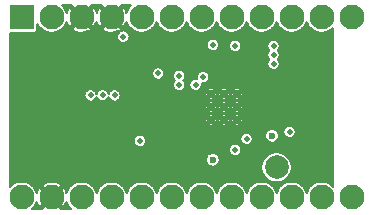
<source format=gbr>
%TF.GenerationSoftware,KiCad,Pcbnew,5.1.9+dfsg1-1~bpo10+1*%
%TF.CreationDate,Date%
%TF.ProjectId,BOOST,424f4f53-542e-46b6-9963-61645f706362,v1.8*%
%TF.SameCoordinates,Original*%
%TF.FileFunction,Copper,L2,Inr*%
%TF.FilePolarity,Positive*%
%FSLAX46Y46*%
G04 Gerber Fmt 4.6, Leading zero omitted, Abs format (unit mm)*
G04 Created by KiCad*
%MOMM*%
%LPD*%
G01*
G04 APERTURE LIST*
%TA.AperFunction,ComponentPad*%
%ADD10C,2.100000*%
%TD*%
%TA.AperFunction,ComponentPad*%
%ADD11R,2.100000X2.100000*%
%TD*%
%TA.AperFunction,ComponentPad*%
%ADD12C,2.000000*%
%TD*%
%TA.AperFunction,ComponentPad*%
%ADD13C,0.500000*%
%TD*%
%TA.AperFunction,ViaPad*%
%ADD14C,0.500000*%
%TD*%
%TA.AperFunction,ViaPad*%
%ADD15C,0.450000*%
%TD*%
%TA.AperFunction,ViaPad*%
%ADD16C,0.600000*%
%TD*%
%TA.AperFunction,Conductor*%
%ADD17C,0.150000*%
%TD*%
%TA.AperFunction,Conductor*%
%ADD18C,0.100000*%
%TD*%
G04 APERTURE END LIST*
D10*
%TO.N,VBUS*%
%TO.C,A1*%
X0Y-15240000D03*
%TO.N,GND*%
X2540000Y-15240000D03*
%TO.N,N/C*%
X5080000Y-15240000D03*
X27940000Y0D03*
%TO.N,+3V3*%
X7620000Y-15240000D03*
%TO.N,N/C*%
X25400000Y0D03*
X10160000Y-15240000D03*
X22860000Y0D03*
X12700000Y-15240000D03*
X20320000Y0D03*
X15240000Y-15240000D03*
X17780000Y0D03*
X17780000Y-15240000D03*
%TO.N,STAT*%
X15240000Y0D03*
%TO.N,N/C*%
X20320000Y-15240000D03*
X12700000Y0D03*
X22860000Y-15240000D03*
X10160000Y0D03*
X25400000Y-15240000D03*
%TO.N,GND*%
X7620000Y0D03*
%TO.N,N/C*%
X27940000Y-15240000D03*
%TO.N,GND*%
X5080000Y0D03*
%TO.N,N/C*%
X2540000Y0D03*
D11*
X0Y0D03*
%TD*%
D12*
%TO.N,/VBAT*%
%TO.C,TP1*%
X21590000Y-12700000D03*
%TD*%
D13*
%TO.N,GND*%
%TO.C,U2*%
X16045000Y-6520000D03*
X17145000Y-6520000D03*
X18245000Y-6520000D03*
X16045000Y-7620000D03*
X17145000Y-7620000D03*
X18245000Y-7620000D03*
X16045000Y-8720000D03*
X17145000Y-8720000D03*
X18245000Y-8720000D03*
%TD*%
D14*
%TO.N,GND*%
X6350000Y-4445000D03*
X8382000Y-4064000D03*
X9144000Y-2921000D03*
X21590000Y-1270000D03*
D15*
X12509500Y-7747000D03*
D14*
X7366000Y-5461000D03*
X10795000Y-2857500D03*
X10731500Y-12382500D03*
X0Y-8890000D03*
X0Y-6985000D03*
X2540000Y-6985000D03*
X0Y-12700000D03*
X2540000Y-2540000D03*
X0Y-2540000D03*
X15367000Y-9398000D03*
X14351000Y-12065000D03*
X5080000Y-10414000D03*
X7620000Y-10414000D03*
X19050000Y-5715000D03*
X20066000Y-5715000D03*
X24130000Y-1270000D03*
X19050000Y-14224000D03*
X16510000Y-14224000D03*
X16510000Y-1270000D03*
X19050000Y-1270000D03*
X2540000Y-8890000D03*
X12573000Y-9271000D03*
X11430000Y-14287500D03*
X5080000Y-12446000D03*
X7620000Y-12446000D03*
X24130000Y-5207000D03*
X25400000Y-5207000D03*
X22860000Y-5207000D03*
X13970000Y-14224000D03*
X14732000Y-9779000D03*
X20701000Y-9144000D03*
X24765000Y-10795000D03*
X24765000Y-12065000D03*
X21590000Y-14224000D03*
X24130000Y-14414500D03*
X21844000Y-9144000D03*
X20701000Y-11176000D03*
X12319000Y-12382500D03*
%TO.N,+3V3*%
X18097500Y-11239500D03*
D16*
X16192500Y-12065000D03*
D14*
X19050000Y-10287000D03*
%TO.N,Net-(C1-Pad1)*%
X10007500Y-10477500D03*
D16*
X21209000Y-10033000D03*
D14*
%TO.N,/VBAT*%
X6858000Y-6604000D03*
X21336000Y-2413000D03*
X21336000Y-3175000D03*
X14732000Y-5715000D03*
X11557000Y-4762500D03*
X18097500Y-2413000D03*
X15367000Y-5080000D03*
X16192500Y-2349500D03*
X13335000Y-4953000D03*
X13335000Y-5715000D03*
X21336000Y-3937000D03*
X7874000Y-6614160D03*
X5842000Y-6619240D03*
X22690000Y-9695000D03*
%TO.N,STAT*%
X8626230Y-1641228D03*
%TD*%
D17*
%TO.N,GND*%
X4279938Y976838D02*
X5080000Y176777D01*
X5880062Y976838D01*
X5866945Y995000D01*
X6833055Y995000D01*
X6819938Y976838D01*
X7620000Y176777D01*
X8420062Y976838D01*
X8406945Y995000D01*
X9281167Y995000D01*
X9130805Y844638D01*
X8985800Y627623D01*
X8887762Y390937D01*
X8820336Y576063D01*
X8765850Y677999D01*
X8596838Y800062D01*
X7796777Y0D01*
X8596838Y-800062D01*
X8765850Y-677999D01*
X8876104Y-441428D01*
X8888193Y-391978D01*
X8985800Y-627623D01*
X9130805Y-844638D01*
X9315362Y-1029195D01*
X9532377Y-1174200D01*
X9773512Y-1274081D01*
X10029499Y-1325000D01*
X10290501Y-1325000D01*
X10546488Y-1274081D01*
X10787623Y-1174200D01*
X11004638Y-1029195D01*
X11189195Y-844638D01*
X11334200Y-627623D01*
X11430000Y-396340D01*
X11525800Y-627623D01*
X11670805Y-844638D01*
X11855362Y-1029195D01*
X12072377Y-1174200D01*
X12313512Y-1274081D01*
X12569499Y-1325000D01*
X12830501Y-1325000D01*
X13086488Y-1274081D01*
X13327623Y-1174200D01*
X13544638Y-1029195D01*
X13729195Y-844638D01*
X13874200Y-627623D01*
X13970000Y-396340D01*
X14065800Y-627623D01*
X14210805Y-844638D01*
X14395362Y-1029195D01*
X14612377Y-1174200D01*
X14853512Y-1274081D01*
X15109499Y-1325000D01*
X15370501Y-1325000D01*
X15626488Y-1274081D01*
X15867623Y-1174200D01*
X16084638Y-1029195D01*
X16269195Y-844638D01*
X16414200Y-627623D01*
X16510000Y-396340D01*
X16605800Y-627623D01*
X16750805Y-844638D01*
X16935362Y-1029195D01*
X17152377Y-1174200D01*
X17393512Y-1274081D01*
X17649499Y-1325000D01*
X17910501Y-1325000D01*
X18166488Y-1274081D01*
X18407623Y-1174200D01*
X18624638Y-1029195D01*
X18809195Y-844638D01*
X18954200Y-627623D01*
X19050000Y-396340D01*
X19145800Y-627623D01*
X19290805Y-844638D01*
X19475362Y-1029195D01*
X19692377Y-1174200D01*
X19933512Y-1274081D01*
X20189499Y-1325000D01*
X20450501Y-1325000D01*
X20706488Y-1274081D01*
X20947623Y-1174200D01*
X21164638Y-1029195D01*
X21349195Y-844638D01*
X21494200Y-627623D01*
X21590000Y-396340D01*
X21685800Y-627623D01*
X21830805Y-844638D01*
X22015362Y-1029195D01*
X22232377Y-1174200D01*
X22473512Y-1274081D01*
X22729499Y-1325000D01*
X22990501Y-1325000D01*
X23246488Y-1274081D01*
X23487623Y-1174200D01*
X23704638Y-1029195D01*
X23889195Y-844638D01*
X24034200Y-627623D01*
X24130000Y-396340D01*
X24225800Y-627623D01*
X24370805Y-844638D01*
X24555362Y-1029195D01*
X24772377Y-1174200D01*
X25013512Y-1274081D01*
X25269499Y-1325000D01*
X25530501Y-1325000D01*
X25786488Y-1274081D01*
X26027623Y-1174200D01*
X26244638Y-1029195D01*
X26395001Y-878832D01*
X26395000Y-14361167D01*
X26244638Y-14210805D01*
X26027623Y-14065800D01*
X25786488Y-13965919D01*
X25530501Y-13915000D01*
X25269499Y-13915000D01*
X25013512Y-13965919D01*
X24772377Y-14065800D01*
X24555362Y-14210805D01*
X24370805Y-14395362D01*
X24225800Y-14612377D01*
X24130000Y-14843660D01*
X24034200Y-14612377D01*
X23889195Y-14395362D01*
X23704638Y-14210805D01*
X23487623Y-14065800D01*
X23246488Y-13965919D01*
X22990501Y-13915000D01*
X22729499Y-13915000D01*
X22473512Y-13965919D01*
X22232377Y-14065800D01*
X22015362Y-14210805D01*
X21830805Y-14395362D01*
X21685800Y-14612377D01*
X21590000Y-14843660D01*
X21494200Y-14612377D01*
X21349195Y-14395362D01*
X21164638Y-14210805D01*
X20947623Y-14065800D01*
X20706488Y-13965919D01*
X20450501Y-13915000D01*
X20189499Y-13915000D01*
X19933512Y-13965919D01*
X19692377Y-14065800D01*
X19475362Y-14210805D01*
X19290805Y-14395362D01*
X19145800Y-14612377D01*
X19050000Y-14843660D01*
X18954200Y-14612377D01*
X18809195Y-14395362D01*
X18624638Y-14210805D01*
X18407623Y-14065800D01*
X18166488Y-13965919D01*
X17910501Y-13915000D01*
X17649499Y-13915000D01*
X17393512Y-13965919D01*
X17152377Y-14065800D01*
X16935362Y-14210805D01*
X16750805Y-14395362D01*
X16605800Y-14612377D01*
X16510000Y-14843660D01*
X16414200Y-14612377D01*
X16269195Y-14395362D01*
X16084638Y-14210805D01*
X15867623Y-14065800D01*
X15626488Y-13965919D01*
X15370501Y-13915000D01*
X15109499Y-13915000D01*
X14853512Y-13965919D01*
X14612377Y-14065800D01*
X14395362Y-14210805D01*
X14210805Y-14395362D01*
X14065800Y-14612377D01*
X13970000Y-14843660D01*
X13874200Y-14612377D01*
X13729195Y-14395362D01*
X13544638Y-14210805D01*
X13327623Y-14065800D01*
X13086488Y-13965919D01*
X12830501Y-13915000D01*
X12569499Y-13915000D01*
X12313512Y-13965919D01*
X12072377Y-14065800D01*
X11855362Y-14210805D01*
X11670805Y-14395362D01*
X11525800Y-14612377D01*
X11430000Y-14843660D01*
X11334200Y-14612377D01*
X11189195Y-14395362D01*
X11004638Y-14210805D01*
X10787623Y-14065800D01*
X10546488Y-13965919D01*
X10290501Y-13915000D01*
X10029499Y-13915000D01*
X9773512Y-13965919D01*
X9532377Y-14065800D01*
X9315362Y-14210805D01*
X9130805Y-14395362D01*
X8985800Y-14612377D01*
X8890000Y-14843660D01*
X8794200Y-14612377D01*
X8649195Y-14395362D01*
X8464638Y-14210805D01*
X8247623Y-14065800D01*
X8006488Y-13965919D01*
X7750501Y-13915000D01*
X7489499Y-13915000D01*
X7233512Y-13965919D01*
X6992377Y-14065800D01*
X6775362Y-14210805D01*
X6590805Y-14395362D01*
X6445800Y-14612377D01*
X6350000Y-14843660D01*
X6254200Y-14612377D01*
X6109195Y-14395362D01*
X5924638Y-14210805D01*
X5707623Y-14065800D01*
X5466488Y-13965919D01*
X5210501Y-13915000D01*
X4949499Y-13915000D01*
X4693512Y-13965919D01*
X4452377Y-14065800D01*
X4235362Y-14210805D01*
X4050805Y-14395362D01*
X3905800Y-14612377D01*
X3807762Y-14849063D01*
X3740336Y-14663937D01*
X3685850Y-14562001D01*
X3516838Y-14439938D01*
X2716777Y-15240000D01*
X3516838Y-16040062D01*
X3685850Y-15917999D01*
X3796104Y-15681428D01*
X3808193Y-15631978D01*
X3905800Y-15867623D01*
X4050805Y-16084638D01*
X4201167Y-16235000D01*
X3326945Y-16235000D01*
X3340062Y-16216838D01*
X2540000Y-15416777D01*
X1739938Y-16216838D01*
X1753055Y-16235000D01*
X878833Y-16235000D01*
X1029195Y-16084638D01*
X1174200Y-15867623D01*
X1272238Y-15630937D01*
X1339664Y-15816063D01*
X1394150Y-15917999D01*
X1563162Y-16040062D01*
X2363223Y-15240000D01*
X1563162Y-14439938D01*
X1394150Y-14562001D01*
X1283896Y-14798572D01*
X1271807Y-14848022D01*
X1174200Y-14612377D01*
X1029195Y-14395362D01*
X896995Y-14263162D01*
X1739938Y-14263162D01*
X2540000Y-15063223D01*
X3340062Y-14263162D01*
X3217999Y-14094150D01*
X2981428Y-13983896D01*
X2727892Y-13921913D01*
X2467136Y-13910583D01*
X2209180Y-13950343D01*
X1963937Y-14039664D01*
X1862001Y-14094150D01*
X1739938Y-14263162D01*
X896995Y-14263162D01*
X844638Y-14210805D01*
X627623Y-14065800D01*
X386488Y-13965919D01*
X130501Y-13915000D01*
X-130501Y-13915000D01*
X-386488Y-13965919D01*
X-627623Y-14065800D01*
X-844638Y-14210805D01*
X-995000Y-14361167D01*
X-995000Y-12008367D01*
X15617500Y-12008367D01*
X15617500Y-12121633D01*
X15639597Y-12232721D01*
X15682942Y-12337365D01*
X15745868Y-12431541D01*
X15825959Y-12511632D01*
X15920135Y-12574558D01*
X16024779Y-12617903D01*
X16135867Y-12640000D01*
X16249133Y-12640000D01*
X16360221Y-12617903D01*
X16464865Y-12574558D01*
X16465067Y-12574423D01*
X20315000Y-12574423D01*
X20315000Y-12825577D01*
X20363998Y-13071904D01*
X20460110Y-13303939D01*
X20599643Y-13512765D01*
X20777235Y-13690357D01*
X20986061Y-13829890D01*
X21218096Y-13926002D01*
X21464423Y-13975000D01*
X21715577Y-13975000D01*
X21961904Y-13926002D01*
X22193939Y-13829890D01*
X22402765Y-13690357D01*
X22580357Y-13512765D01*
X22719890Y-13303939D01*
X22816002Y-13071904D01*
X22865000Y-12825577D01*
X22865000Y-12574423D01*
X22816002Y-12328096D01*
X22719890Y-12096061D01*
X22580357Y-11887235D01*
X22402765Y-11709643D01*
X22193939Y-11570110D01*
X21961904Y-11473998D01*
X21715577Y-11425000D01*
X21464423Y-11425000D01*
X21218096Y-11473998D01*
X20986061Y-11570110D01*
X20777235Y-11709643D01*
X20599643Y-11887235D01*
X20460110Y-12096061D01*
X20363998Y-12328096D01*
X20315000Y-12574423D01*
X16465067Y-12574423D01*
X16559041Y-12511632D01*
X16639132Y-12431541D01*
X16702058Y-12337365D01*
X16745403Y-12232721D01*
X16767500Y-12121633D01*
X16767500Y-12008367D01*
X16745403Y-11897279D01*
X16702058Y-11792635D01*
X16639132Y-11698459D01*
X16559041Y-11618368D01*
X16464865Y-11555442D01*
X16360221Y-11512097D01*
X16249133Y-11490000D01*
X16135867Y-11490000D01*
X16024779Y-11512097D01*
X15920135Y-11555442D01*
X15825959Y-11618368D01*
X15745868Y-11698459D01*
X15682942Y-11792635D01*
X15639597Y-11897279D01*
X15617500Y-12008367D01*
X-995000Y-12008367D01*
X-995000Y-11187792D01*
X17572500Y-11187792D01*
X17572500Y-11291208D01*
X17592676Y-11392637D01*
X17632251Y-11488181D01*
X17689706Y-11574168D01*
X17762832Y-11647294D01*
X17848819Y-11704749D01*
X17944363Y-11744324D01*
X18045792Y-11764500D01*
X18149208Y-11764500D01*
X18250637Y-11744324D01*
X18346181Y-11704749D01*
X18432168Y-11647294D01*
X18505294Y-11574168D01*
X18562749Y-11488181D01*
X18602324Y-11392637D01*
X18622500Y-11291208D01*
X18622500Y-11187792D01*
X18602324Y-11086363D01*
X18562749Y-10990819D01*
X18505294Y-10904832D01*
X18432168Y-10831706D01*
X18346181Y-10774251D01*
X18250637Y-10734676D01*
X18149208Y-10714500D01*
X18045792Y-10714500D01*
X17944363Y-10734676D01*
X17848819Y-10774251D01*
X17762832Y-10831706D01*
X17689706Y-10904832D01*
X17632251Y-10990819D01*
X17592676Y-11086363D01*
X17572500Y-11187792D01*
X-995000Y-11187792D01*
X-995000Y-10425792D01*
X9482500Y-10425792D01*
X9482500Y-10529208D01*
X9502676Y-10630637D01*
X9542251Y-10726181D01*
X9599706Y-10812168D01*
X9672832Y-10885294D01*
X9758819Y-10942749D01*
X9854363Y-10982324D01*
X9955792Y-11002500D01*
X10059208Y-11002500D01*
X10160637Y-10982324D01*
X10256181Y-10942749D01*
X10342168Y-10885294D01*
X10415294Y-10812168D01*
X10472749Y-10726181D01*
X10512324Y-10630637D01*
X10532500Y-10529208D01*
X10532500Y-10425792D01*
X10512324Y-10324363D01*
X10475431Y-10235292D01*
X18525000Y-10235292D01*
X18525000Y-10338708D01*
X18545176Y-10440137D01*
X18584751Y-10535681D01*
X18642206Y-10621668D01*
X18715332Y-10694794D01*
X18801319Y-10752249D01*
X18896863Y-10791824D01*
X18998292Y-10812000D01*
X19101708Y-10812000D01*
X19203137Y-10791824D01*
X19298681Y-10752249D01*
X19384668Y-10694794D01*
X19457794Y-10621668D01*
X19515249Y-10535681D01*
X19554824Y-10440137D01*
X19575000Y-10338708D01*
X19575000Y-10235292D01*
X19554824Y-10133863D01*
X19515249Y-10038319D01*
X19473854Y-9976367D01*
X20634000Y-9976367D01*
X20634000Y-10089633D01*
X20656097Y-10200721D01*
X20699442Y-10305365D01*
X20762368Y-10399541D01*
X20842459Y-10479632D01*
X20936635Y-10542558D01*
X21041279Y-10585903D01*
X21152367Y-10608000D01*
X21265633Y-10608000D01*
X21376721Y-10585903D01*
X21481365Y-10542558D01*
X21575541Y-10479632D01*
X21655632Y-10399541D01*
X21718558Y-10305365D01*
X21761903Y-10200721D01*
X21784000Y-10089633D01*
X21784000Y-9976367D01*
X21761903Y-9865279D01*
X21718558Y-9760635D01*
X21655632Y-9666459D01*
X21632465Y-9643292D01*
X22165000Y-9643292D01*
X22165000Y-9746708D01*
X22185176Y-9848137D01*
X22224751Y-9943681D01*
X22282206Y-10029668D01*
X22355332Y-10102794D01*
X22441319Y-10160249D01*
X22536863Y-10199824D01*
X22638292Y-10220000D01*
X22741708Y-10220000D01*
X22843137Y-10199824D01*
X22938681Y-10160249D01*
X23024668Y-10102794D01*
X23097794Y-10029668D01*
X23155249Y-9943681D01*
X23194824Y-9848137D01*
X23215000Y-9746708D01*
X23215000Y-9643292D01*
X23194824Y-9541863D01*
X23155249Y-9446319D01*
X23097794Y-9360332D01*
X23024668Y-9287206D01*
X22938681Y-9229751D01*
X22843137Y-9190176D01*
X22741708Y-9170000D01*
X22638292Y-9170000D01*
X22536863Y-9190176D01*
X22441319Y-9229751D01*
X22355332Y-9287206D01*
X22282206Y-9360332D01*
X22224751Y-9446319D01*
X22185176Y-9541863D01*
X22165000Y-9643292D01*
X21632465Y-9643292D01*
X21575541Y-9586368D01*
X21481365Y-9523442D01*
X21376721Y-9480097D01*
X21265633Y-9458000D01*
X21152367Y-9458000D01*
X21041279Y-9480097D01*
X20936635Y-9523442D01*
X20842459Y-9586368D01*
X20762368Y-9666459D01*
X20699442Y-9760635D01*
X20656097Y-9865279D01*
X20634000Y-9976367D01*
X19473854Y-9976367D01*
X19457794Y-9952332D01*
X19384668Y-9879206D01*
X19298681Y-9821751D01*
X19203137Y-9782176D01*
X19101708Y-9762000D01*
X18998292Y-9762000D01*
X18896863Y-9782176D01*
X18801319Y-9821751D01*
X18715332Y-9879206D01*
X18642206Y-9952332D01*
X18584751Y-10038319D01*
X18545176Y-10133863D01*
X18525000Y-10235292D01*
X10475431Y-10235292D01*
X10472749Y-10228819D01*
X10415294Y-10142832D01*
X10342168Y-10069706D01*
X10256181Y-10012251D01*
X10160637Y-9972676D01*
X10059208Y-9952500D01*
X9955792Y-9952500D01*
X9854363Y-9972676D01*
X9758819Y-10012251D01*
X9672832Y-10069706D01*
X9599706Y-10142832D01*
X9542251Y-10228819D01*
X9502676Y-10324363D01*
X9482500Y-10425792D01*
X-995000Y-10425792D01*
X-995000Y-9120529D01*
X15821248Y-9120529D01*
X15844877Y-9208108D01*
X15943947Y-9237771D01*
X16046901Y-9247537D01*
X16149782Y-9237029D01*
X16245123Y-9208108D01*
X16268752Y-9120529D01*
X16921248Y-9120529D01*
X16944877Y-9208108D01*
X17043947Y-9237771D01*
X17146901Y-9247537D01*
X17249782Y-9237029D01*
X17345123Y-9208108D01*
X17368752Y-9120529D01*
X18021248Y-9120529D01*
X18044877Y-9208108D01*
X18143947Y-9237771D01*
X18246901Y-9247537D01*
X18349782Y-9237029D01*
X18445123Y-9208108D01*
X18468752Y-9120529D01*
X18245000Y-8896777D01*
X18021248Y-9120529D01*
X17368752Y-9120529D01*
X17145000Y-8896777D01*
X16921248Y-9120529D01*
X16268752Y-9120529D01*
X16045000Y-8896777D01*
X15821248Y-9120529D01*
X-995000Y-9120529D01*
X-995000Y-8721901D01*
X15517463Y-8721901D01*
X15527971Y-8824782D01*
X15556892Y-8920123D01*
X15644471Y-8943752D01*
X15868223Y-8720000D01*
X16221777Y-8720000D01*
X16445529Y-8943752D01*
X16533108Y-8920123D01*
X16562771Y-8821053D01*
X16572176Y-8721901D01*
X16617463Y-8721901D01*
X16627971Y-8824782D01*
X16656892Y-8920123D01*
X16744471Y-8943752D01*
X16968223Y-8720000D01*
X17321777Y-8720000D01*
X17545529Y-8943752D01*
X17633108Y-8920123D01*
X17662771Y-8821053D01*
X17672176Y-8721901D01*
X17717463Y-8721901D01*
X17727971Y-8824782D01*
X17756892Y-8920123D01*
X17844471Y-8943752D01*
X18068223Y-8720000D01*
X18421777Y-8720000D01*
X18645529Y-8943752D01*
X18733108Y-8920123D01*
X18762771Y-8821053D01*
X18772537Y-8718099D01*
X18762029Y-8615218D01*
X18733108Y-8519877D01*
X18645529Y-8496248D01*
X18421777Y-8720000D01*
X18068223Y-8720000D01*
X17844471Y-8496248D01*
X17756892Y-8519877D01*
X17727229Y-8618947D01*
X17717463Y-8721901D01*
X17672176Y-8721901D01*
X17672537Y-8718099D01*
X17662029Y-8615218D01*
X17633108Y-8519877D01*
X17545529Y-8496248D01*
X17321777Y-8720000D01*
X16968223Y-8720000D01*
X16744471Y-8496248D01*
X16656892Y-8519877D01*
X16627229Y-8618947D01*
X16617463Y-8721901D01*
X16572176Y-8721901D01*
X16572537Y-8718099D01*
X16562029Y-8615218D01*
X16533108Y-8519877D01*
X16445529Y-8496248D01*
X16221777Y-8720000D01*
X15868223Y-8720000D01*
X15644471Y-8496248D01*
X15556892Y-8519877D01*
X15527229Y-8618947D01*
X15517463Y-8721901D01*
X-995000Y-8721901D01*
X-995000Y-8319471D01*
X15821248Y-8319471D01*
X16045000Y-8543223D01*
X16268752Y-8319471D01*
X16921248Y-8319471D01*
X17145000Y-8543223D01*
X17368752Y-8319471D01*
X18021248Y-8319471D01*
X18245000Y-8543223D01*
X18468752Y-8319471D01*
X18445123Y-8231892D01*
X18346053Y-8202229D01*
X18243099Y-8192463D01*
X18140218Y-8202971D01*
X18044877Y-8231892D01*
X18021248Y-8319471D01*
X17368752Y-8319471D01*
X17345123Y-8231892D01*
X17246053Y-8202229D01*
X17143099Y-8192463D01*
X17040218Y-8202971D01*
X16944877Y-8231892D01*
X16921248Y-8319471D01*
X16268752Y-8319471D01*
X16245123Y-8231892D01*
X16146053Y-8202229D01*
X16043099Y-8192463D01*
X15940218Y-8202971D01*
X15844877Y-8231892D01*
X15821248Y-8319471D01*
X-995000Y-8319471D01*
X-995000Y-8020529D01*
X15821248Y-8020529D01*
X15844877Y-8108108D01*
X15943947Y-8137771D01*
X16046901Y-8147537D01*
X16149782Y-8137029D01*
X16245123Y-8108108D01*
X16268752Y-8020529D01*
X16921248Y-8020529D01*
X16944877Y-8108108D01*
X17043947Y-8137771D01*
X17146901Y-8147537D01*
X17249782Y-8137029D01*
X17345123Y-8108108D01*
X17368752Y-8020529D01*
X18021248Y-8020529D01*
X18044877Y-8108108D01*
X18143947Y-8137771D01*
X18246901Y-8147537D01*
X18349782Y-8137029D01*
X18445123Y-8108108D01*
X18468752Y-8020529D01*
X18245000Y-7796777D01*
X18021248Y-8020529D01*
X17368752Y-8020529D01*
X17145000Y-7796777D01*
X16921248Y-8020529D01*
X16268752Y-8020529D01*
X16045000Y-7796777D01*
X15821248Y-8020529D01*
X-995000Y-8020529D01*
X-995000Y-7621901D01*
X15517463Y-7621901D01*
X15527971Y-7724782D01*
X15556892Y-7820123D01*
X15644471Y-7843752D01*
X15868223Y-7620000D01*
X16221777Y-7620000D01*
X16445529Y-7843752D01*
X16533108Y-7820123D01*
X16562771Y-7721053D01*
X16572176Y-7621901D01*
X16617463Y-7621901D01*
X16627971Y-7724782D01*
X16656892Y-7820123D01*
X16744471Y-7843752D01*
X16968223Y-7620000D01*
X17321777Y-7620000D01*
X17545529Y-7843752D01*
X17633108Y-7820123D01*
X17662771Y-7721053D01*
X17672176Y-7621901D01*
X17717463Y-7621901D01*
X17727971Y-7724782D01*
X17756892Y-7820123D01*
X17844471Y-7843752D01*
X18068223Y-7620000D01*
X18421777Y-7620000D01*
X18645529Y-7843752D01*
X18733108Y-7820123D01*
X18762771Y-7721053D01*
X18772537Y-7618099D01*
X18762029Y-7515218D01*
X18733108Y-7419877D01*
X18645529Y-7396248D01*
X18421777Y-7620000D01*
X18068223Y-7620000D01*
X17844471Y-7396248D01*
X17756892Y-7419877D01*
X17727229Y-7518947D01*
X17717463Y-7621901D01*
X17672176Y-7621901D01*
X17672537Y-7618099D01*
X17662029Y-7515218D01*
X17633108Y-7419877D01*
X17545529Y-7396248D01*
X17321777Y-7620000D01*
X16968223Y-7620000D01*
X16744471Y-7396248D01*
X16656892Y-7419877D01*
X16627229Y-7518947D01*
X16617463Y-7621901D01*
X16572176Y-7621901D01*
X16572537Y-7618099D01*
X16562029Y-7515218D01*
X16533108Y-7419877D01*
X16445529Y-7396248D01*
X16221777Y-7620000D01*
X15868223Y-7620000D01*
X15644471Y-7396248D01*
X15556892Y-7419877D01*
X15527229Y-7518947D01*
X15517463Y-7621901D01*
X-995000Y-7621901D01*
X-995000Y-7219471D01*
X15821248Y-7219471D01*
X16045000Y-7443223D01*
X16268752Y-7219471D01*
X16921248Y-7219471D01*
X17145000Y-7443223D01*
X17368752Y-7219471D01*
X18021248Y-7219471D01*
X18245000Y-7443223D01*
X18468752Y-7219471D01*
X18445123Y-7131892D01*
X18346053Y-7102229D01*
X18243099Y-7092463D01*
X18140218Y-7102971D01*
X18044877Y-7131892D01*
X18021248Y-7219471D01*
X17368752Y-7219471D01*
X17345123Y-7131892D01*
X17246053Y-7102229D01*
X17143099Y-7092463D01*
X17040218Y-7102971D01*
X16944877Y-7131892D01*
X16921248Y-7219471D01*
X16268752Y-7219471D01*
X16245123Y-7131892D01*
X16146053Y-7102229D01*
X16043099Y-7092463D01*
X15940218Y-7102971D01*
X15844877Y-7131892D01*
X15821248Y-7219471D01*
X-995000Y-7219471D01*
X-995000Y-6567532D01*
X5317000Y-6567532D01*
X5317000Y-6670948D01*
X5337176Y-6772377D01*
X5376751Y-6867921D01*
X5434206Y-6953908D01*
X5507332Y-7027034D01*
X5593319Y-7084489D01*
X5688863Y-7124064D01*
X5790292Y-7144240D01*
X5893708Y-7144240D01*
X5995137Y-7124064D01*
X6090681Y-7084489D01*
X6176668Y-7027034D01*
X6249794Y-6953908D01*
X6307249Y-6867921D01*
X6346824Y-6772377D01*
X6351516Y-6748791D01*
X6353176Y-6757137D01*
X6392751Y-6852681D01*
X6450206Y-6938668D01*
X6523332Y-7011794D01*
X6609319Y-7069249D01*
X6704863Y-7108824D01*
X6806292Y-7129000D01*
X6909708Y-7129000D01*
X7011137Y-7108824D01*
X7106681Y-7069249D01*
X7192668Y-7011794D01*
X7265794Y-6938668D01*
X7323249Y-6852681D01*
X7362824Y-6757137D01*
X7364989Y-6746251D01*
X7369176Y-6767297D01*
X7408751Y-6862841D01*
X7466206Y-6948828D01*
X7539332Y-7021954D01*
X7625319Y-7079409D01*
X7720863Y-7118984D01*
X7822292Y-7139160D01*
X7925708Y-7139160D01*
X8027137Y-7118984D01*
X8122681Y-7079409D01*
X8208668Y-7021954D01*
X8281794Y-6948828D01*
X8300702Y-6920529D01*
X15821248Y-6920529D01*
X15844877Y-7008108D01*
X15943947Y-7037771D01*
X16046901Y-7047537D01*
X16149782Y-7037029D01*
X16245123Y-7008108D01*
X16268752Y-6920529D01*
X16921248Y-6920529D01*
X16944877Y-7008108D01*
X17043947Y-7037771D01*
X17146901Y-7047537D01*
X17249782Y-7037029D01*
X17345123Y-7008108D01*
X17368752Y-6920529D01*
X18021248Y-6920529D01*
X18044877Y-7008108D01*
X18143947Y-7037771D01*
X18246901Y-7047537D01*
X18349782Y-7037029D01*
X18445123Y-7008108D01*
X18468752Y-6920529D01*
X18245000Y-6696777D01*
X18021248Y-6920529D01*
X17368752Y-6920529D01*
X17145000Y-6696777D01*
X16921248Y-6920529D01*
X16268752Y-6920529D01*
X16045000Y-6696777D01*
X15821248Y-6920529D01*
X8300702Y-6920529D01*
X8339249Y-6862841D01*
X8378824Y-6767297D01*
X8399000Y-6665868D01*
X8399000Y-6562452D01*
X8390934Y-6521901D01*
X15517463Y-6521901D01*
X15527971Y-6624782D01*
X15556892Y-6720123D01*
X15644471Y-6743752D01*
X15868223Y-6520000D01*
X16221777Y-6520000D01*
X16445529Y-6743752D01*
X16533108Y-6720123D01*
X16562771Y-6621053D01*
X16572176Y-6521901D01*
X16617463Y-6521901D01*
X16627971Y-6624782D01*
X16656892Y-6720123D01*
X16744471Y-6743752D01*
X16968223Y-6520000D01*
X17321777Y-6520000D01*
X17545529Y-6743752D01*
X17633108Y-6720123D01*
X17662771Y-6621053D01*
X17672176Y-6521901D01*
X17717463Y-6521901D01*
X17727971Y-6624782D01*
X17756892Y-6720123D01*
X17844471Y-6743752D01*
X18068223Y-6520000D01*
X18421777Y-6520000D01*
X18645529Y-6743752D01*
X18733108Y-6720123D01*
X18762771Y-6621053D01*
X18772537Y-6518099D01*
X18762029Y-6415218D01*
X18733108Y-6319877D01*
X18645529Y-6296248D01*
X18421777Y-6520000D01*
X18068223Y-6520000D01*
X17844471Y-6296248D01*
X17756892Y-6319877D01*
X17727229Y-6418947D01*
X17717463Y-6521901D01*
X17672176Y-6521901D01*
X17672537Y-6518099D01*
X17662029Y-6415218D01*
X17633108Y-6319877D01*
X17545529Y-6296248D01*
X17321777Y-6520000D01*
X16968223Y-6520000D01*
X16744471Y-6296248D01*
X16656892Y-6319877D01*
X16627229Y-6418947D01*
X16617463Y-6521901D01*
X16572176Y-6521901D01*
X16572537Y-6518099D01*
X16562029Y-6415218D01*
X16533108Y-6319877D01*
X16445529Y-6296248D01*
X16221777Y-6520000D01*
X15868223Y-6520000D01*
X15644471Y-6296248D01*
X15556892Y-6319877D01*
X15527229Y-6418947D01*
X15517463Y-6521901D01*
X8390934Y-6521901D01*
X8378824Y-6461023D01*
X8339249Y-6365479D01*
X8281794Y-6279492D01*
X8208668Y-6206366D01*
X8122681Y-6148911D01*
X8027137Y-6109336D01*
X7925708Y-6089160D01*
X7822292Y-6089160D01*
X7720863Y-6109336D01*
X7625319Y-6148911D01*
X7539332Y-6206366D01*
X7466206Y-6279492D01*
X7408751Y-6365479D01*
X7369176Y-6461023D01*
X7367011Y-6471909D01*
X7362824Y-6450863D01*
X7323249Y-6355319D01*
X7265794Y-6269332D01*
X7192668Y-6196206D01*
X7106681Y-6138751D01*
X7011137Y-6099176D01*
X6909708Y-6079000D01*
X6806292Y-6079000D01*
X6704863Y-6099176D01*
X6609319Y-6138751D01*
X6523332Y-6196206D01*
X6450206Y-6269332D01*
X6392751Y-6355319D01*
X6353176Y-6450863D01*
X6348484Y-6474449D01*
X6346824Y-6466103D01*
X6307249Y-6370559D01*
X6249794Y-6284572D01*
X6176668Y-6211446D01*
X6090681Y-6153991D01*
X5995137Y-6114416D01*
X5893708Y-6094240D01*
X5790292Y-6094240D01*
X5688863Y-6114416D01*
X5593319Y-6153991D01*
X5507332Y-6211446D01*
X5434206Y-6284572D01*
X5376751Y-6370559D01*
X5337176Y-6466103D01*
X5317000Y-6567532D01*
X-995000Y-6567532D01*
X-995000Y-4710792D01*
X11032000Y-4710792D01*
X11032000Y-4814208D01*
X11052176Y-4915637D01*
X11091751Y-5011181D01*
X11149206Y-5097168D01*
X11222332Y-5170294D01*
X11308319Y-5227749D01*
X11403863Y-5267324D01*
X11505292Y-5287500D01*
X11608708Y-5287500D01*
X11710137Y-5267324D01*
X11805681Y-5227749D01*
X11891668Y-5170294D01*
X11964794Y-5097168D01*
X12022249Y-5011181D01*
X12061824Y-4915637D01*
X12064677Y-4901292D01*
X12810000Y-4901292D01*
X12810000Y-5004708D01*
X12830176Y-5106137D01*
X12869751Y-5201681D01*
X12927206Y-5287668D01*
X12973538Y-5334000D01*
X12927206Y-5380332D01*
X12869751Y-5466319D01*
X12830176Y-5561863D01*
X12810000Y-5663292D01*
X12810000Y-5766708D01*
X12830176Y-5868137D01*
X12869751Y-5963681D01*
X12927206Y-6049668D01*
X13000332Y-6122794D01*
X13086319Y-6180249D01*
X13181863Y-6219824D01*
X13283292Y-6240000D01*
X13386708Y-6240000D01*
X13488137Y-6219824D01*
X13583681Y-6180249D01*
X13669668Y-6122794D01*
X13742794Y-6049668D01*
X13800249Y-5963681D01*
X13839824Y-5868137D01*
X13860000Y-5766708D01*
X13860000Y-5663292D01*
X14207000Y-5663292D01*
X14207000Y-5766708D01*
X14227176Y-5868137D01*
X14266751Y-5963681D01*
X14324206Y-6049668D01*
X14397332Y-6122794D01*
X14483319Y-6180249D01*
X14578863Y-6219824D01*
X14680292Y-6240000D01*
X14783708Y-6240000D01*
X14885137Y-6219824D01*
X14980681Y-6180249D01*
X15066668Y-6122794D01*
X15069991Y-6119471D01*
X15821248Y-6119471D01*
X16045000Y-6343223D01*
X16268752Y-6119471D01*
X16921248Y-6119471D01*
X17145000Y-6343223D01*
X17368752Y-6119471D01*
X18021248Y-6119471D01*
X18245000Y-6343223D01*
X18468752Y-6119471D01*
X18445123Y-6031892D01*
X18346053Y-6002229D01*
X18243099Y-5992463D01*
X18140218Y-6002971D01*
X18044877Y-6031892D01*
X18021248Y-6119471D01*
X17368752Y-6119471D01*
X17345123Y-6031892D01*
X17246053Y-6002229D01*
X17143099Y-5992463D01*
X17040218Y-6002971D01*
X16944877Y-6031892D01*
X16921248Y-6119471D01*
X16268752Y-6119471D01*
X16245123Y-6031892D01*
X16146053Y-6002229D01*
X16043099Y-5992463D01*
X15940218Y-6002971D01*
X15844877Y-6031892D01*
X15821248Y-6119471D01*
X15069991Y-6119471D01*
X15139794Y-6049668D01*
X15197249Y-5963681D01*
X15236824Y-5868137D01*
X15257000Y-5766708D01*
X15257000Y-5663292D01*
X15242525Y-5590525D01*
X15315292Y-5605000D01*
X15418708Y-5605000D01*
X15520137Y-5584824D01*
X15615681Y-5545249D01*
X15701668Y-5487794D01*
X15774794Y-5414668D01*
X15832249Y-5328681D01*
X15871824Y-5233137D01*
X15892000Y-5131708D01*
X15892000Y-5028292D01*
X15871824Y-4926863D01*
X15832249Y-4831319D01*
X15774794Y-4745332D01*
X15701668Y-4672206D01*
X15615681Y-4614751D01*
X15520137Y-4575176D01*
X15418708Y-4555000D01*
X15315292Y-4555000D01*
X15213863Y-4575176D01*
X15118319Y-4614751D01*
X15032332Y-4672206D01*
X14959206Y-4745332D01*
X14901751Y-4831319D01*
X14862176Y-4926863D01*
X14842000Y-5028292D01*
X14842000Y-5131708D01*
X14856475Y-5204475D01*
X14783708Y-5190000D01*
X14680292Y-5190000D01*
X14578863Y-5210176D01*
X14483319Y-5249751D01*
X14397332Y-5307206D01*
X14324206Y-5380332D01*
X14266751Y-5466319D01*
X14227176Y-5561863D01*
X14207000Y-5663292D01*
X13860000Y-5663292D01*
X13839824Y-5561863D01*
X13800249Y-5466319D01*
X13742794Y-5380332D01*
X13696462Y-5334000D01*
X13742794Y-5287668D01*
X13800249Y-5201681D01*
X13839824Y-5106137D01*
X13860000Y-5004708D01*
X13860000Y-4901292D01*
X13839824Y-4799863D01*
X13800249Y-4704319D01*
X13742794Y-4618332D01*
X13669668Y-4545206D01*
X13583681Y-4487751D01*
X13488137Y-4448176D01*
X13386708Y-4428000D01*
X13283292Y-4428000D01*
X13181863Y-4448176D01*
X13086319Y-4487751D01*
X13000332Y-4545206D01*
X12927206Y-4618332D01*
X12869751Y-4704319D01*
X12830176Y-4799863D01*
X12810000Y-4901292D01*
X12064677Y-4901292D01*
X12082000Y-4814208D01*
X12082000Y-4710792D01*
X12061824Y-4609363D01*
X12022249Y-4513819D01*
X11964794Y-4427832D01*
X11891668Y-4354706D01*
X11805681Y-4297251D01*
X11710137Y-4257676D01*
X11608708Y-4237500D01*
X11505292Y-4237500D01*
X11403863Y-4257676D01*
X11308319Y-4297251D01*
X11222332Y-4354706D01*
X11149206Y-4427832D01*
X11091751Y-4513819D01*
X11052176Y-4609363D01*
X11032000Y-4710792D01*
X-995000Y-4710792D01*
X-995000Y-2297792D01*
X15667500Y-2297792D01*
X15667500Y-2401208D01*
X15687676Y-2502637D01*
X15727251Y-2598181D01*
X15784706Y-2684168D01*
X15857832Y-2757294D01*
X15943819Y-2814749D01*
X16039363Y-2854324D01*
X16140792Y-2874500D01*
X16244208Y-2874500D01*
X16345637Y-2854324D01*
X16441181Y-2814749D01*
X16527168Y-2757294D01*
X16600294Y-2684168D01*
X16657749Y-2598181D01*
X16697324Y-2502637D01*
X16717500Y-2401208D01*
X16717500Y-2361292D01*
X17572500Y-2361292D01*
X17572500Y-2464708D01*
X17592676Y-2566137D01*
X17632251Y-2661681D01*
X17689706Y-2747668D01*
X17762832Y-2820794D01*
X17848819Y-2878249D01*
X17944363Y-2917824D01*
X18045792Y-2938000D01*
X18149208Y-2938000D01*
X18250637Y-2917824D01*
X18346181Y-2878249D01*
X18432168Y-2820794D01*
X18505294Y-2747668D01*
X18562749Y-2661681D01*
X18602324Y-2566137D01*
X18622500Y-2464708D01*
X18622500Y-2361292D01*
X20811000Y-2361292D01*
X20811000Y-2464708D01*
X20831176Y-2566137D01*
X20870751Y-2661681D01*
X20928206Y-2747668D01*
X20974538Y-2794000D01*
X20928206Y-2840332D01*
X20870751Y-2926319D01*
X20831176Y-3021863D01*
X20811000Y-3123292D01*
X20811000Y-3226708D01*
X20831176Y-3328137D01*
X20870751Y-3423681D01*
X20928206Y-3509668D01*
X20974538Y-3556000D01*
X20928206Y-3602332D01*
X20870751Y-3688319D01*
X20831176Y-3783863D01*
X20811000Y-3885292D01*
X20811000Y-3988708D01*
X20831176Y-4090137D01*
X20870751Y-4185681D01*
X20928206Y-4271668D01*
X21001332Y-4344794D01*
X21087319Y-4402249D01*
X21182863Y-4441824D01*
X21284292Y-4462000D01*
X21387708Y-4462000D01*
X21489137Y-4441824D01*
X21584681Y-4402249D01*
X21670668Y-4344794D01*
X21743794Y-4271668D01*
X21801249Y-4185681D01*
X21840824Y-4090137D01*
X21861000Y-3988708D01*
X21861000Y-3885292D01*
X21840824Y-3783863D01*
X21801249Y-3688319D01*
X21743794Y-3602332D01*
X21697462Y-3556000D01*
X21743794Y-3509668D01*
X21801249Y-3423681D01*
X21840824Y-3328137D01*
X21861000Y-3226708D01*
X21861000Y-3123292D01*
X21840824Y-3021863D01*
X21801249Y-2926319D01*
X21743794Y-2840332D01*
X21697462Y-2794000D01*
X21743794Y-2747668D01*
X21801249Y-2661681D01*
X21840824Y-2566137D01*
X21861000Y-2464708D01*
X21861000Y-2361292D01*
X21840824Y-2259863D01*
X21801249Y-2164319D01*
X21743794Y-2078332D01*
X21670668Y-2005206D01*
X21584681Y-1947751D01*
X21489137Y-1908176D01*
X21387708Y-1888000D01*
X21284292Y-1888000D01*
X21182863Y-1908176D01*
X21087319Y-1947751D01*
X21001332Y-2005206D01*
X20928206Y-2078332D01*
X20870751Y-2164319D01*
X20831176Y-2259863D01*
X20811000Y-2361292D01*
X18622500Y-2361292D01*
X18602324Y-2259863D01*
X18562749Y-2164319D01*
X18505294Y-2078332D01*
X18432168Y-2005206D01*
X18346181Y-1947751D01*
X18250637Y-1908176D01*
X18149208Y-1888000D01*
X18045792Y-1888000D01*
X17944363Y-1908176D01*
X17848819Y-1947751D01*
X17762832Y-2005206D01*
X17689706Y-2078332D01*
X17632251Y-2164319D01*
X17592676Y-2259863D01*
X17572500Y-2361292D01*
X16717500Y-2361292D01*
X16717500Y-2297792D01*
X16697324Y-2196363D01*
X16657749Y-2100819D01*
X16600294Y-2014832D01*
X16527168Y-1941706D01*
X16441181Y-1884251D01*
X16345637Y-1844676D01*
X16244208Y-1824500D01*
X16140792Y-1824500D01*
X16039363Y-1844676D01*
X15943819Y-1884251D01*
X15857832Y-1941706D01*
X15784706Y-2014832D01*
X15727251Y-2100819D01*
X15687676Y-2196363D01*
X15667500Y-2297792D01*
X-995000Y-2297792D01*
X-995000Y-1589520D01*
X8101230Y-1589520D01*
X8101230Y-1692936D01*
X8121406Y-1794365D01*
X8160981Y-1889909D01*
X8218436Y-1975896D01*
X8291562Y-2049022D01*
X8377549Y-2106477D01*
X8473093Y-2146052D01*
X8574522Y-2166228D01*
X8677938Y-2166228D01*
X8779367Y-2146052D01*
X8874911Y-2106477D01*
X8960898Y-2049022D01*
X9034024Y-1975896D01*
X9091479Y-1889909D01*
X9131054Y-1794365D01*
X9151230Y-1692936D01*
X9151230Y-1589520D01*
X9131054Y-1488091D01*
X9091479Y-1392547D01*
X9034024Y-1306560D01*
X8960898Y-1233434D01*
X8874911Y-1175979D01*
X8779367Y-1136404D01*
X8677938Y-1116228D01*
X8574522Y-1116228D01*
X8473093Y-1136404D01*
X8377549Y-1175979D01*
X8291562Y-1233434D01*
X8218436Y-1306560D01*
X8160981Y-1392547D01*
X8121406Y-1488091D01*
X8101230Y-1589520D01*
X-995000Y-1589520D01*
X-995000Y-1326330D01*
X1050000Y-1326330D01*
X1103909Y-1321020D01*
X1155747Y-1305296D01*
X1203521Y-1279760D01*
X1245395Y-1245395D01*
X1279760Y-1203521D01*
X1305296Y-1155747D01*
X1321020Y-1103909D01*
X1326330Y-1050000D01*
X1326330Y-532334D01*
X1365800Y-627623D01*
X1510805Y-844638D01*
X1695362Y-1029195D01*
X1912377Y-1174200D01*
X2153512Y-1274081D01*
X2409499Y-1325000D01*
X2670501Y-1325000D01*
X2926488Y-1274081D01*
X3167623Y-1174200D01*
X3384638Y-1029195D01*
X3436995Y-976838D01*
X4279938Y-976838D01*
X4402001Y-1145850D01*
X4638572Y-1256104D01*
X4892108Y-1318087D01*
X5152864Y-1329417D01*
X5410820Y-1289657D01*
X5656063Y-1200336D01*
X5757999Y-1145850D01*
X5880062Y-976838D01*
X6819938Y-976838D01*
X6942001Y-1145850D01*
X7178572Y-1256104D01*
X7432108Y-1318087D01*
X7692864Y-1329417D01*
X7950820Y-1289657D01*
X8196063Y-1200336D01*
X8297999Y-1145850D01*
X8420062Y-976838D01*
X7620000Y-176777D01*
X6819938Y-976838D01*
X5880062Y-976838D01*
X5080000Y-176777D01*
X4279938Y-976838D01*
X3436995Y-976838D01*
X3569195Y-844638D01*
X3714200Y-627623D01*
X3812238Y-390937D01*
X3879664Y-576063D01*
X3934150Y-677999D01*
X4103162Y-800062D01*
X4903223Y0D01*
X5256777Y0D01*
X6056838Y-800062D01*
X6225850Y-677999D01*
X6336104Y-441428D01*
X6349970Y-384709D01*
X6419664Y-576063D01*
X6474150Y-677999D01*
X6643162Y-800062D01*
X7443223Y0D01*
X6643162Y800062D01*
X6474150Y677999D01*
X6363896Y441428D01*
X6350030Y384709D01*
X6280336Y576063D01*
X6225850Y677999D01*
X6056838Y800062D01*
X5256777Y0D01*
X4903223Y0D01*
X4103162Y800062D01*
X3934150Y677999D01*
X3823896Y441428D01*
X3811807Y391978D01*
X3714200Y627623D01*
X3569195Y844638D01*
X3418833Y995000D01*
X4293055Y995000D01*
X4279938Y976838D01*
%TA.AperFunction,Conductor*%
D18*
G36*
X4279938Y976838D02*
G01*
X5080000Y176777D01*
X5880062Y976838D01*
X5866945Y995000D01*
X6833055Y995000D01*
X6819938Y976838D01*
X7620000Y176777D01*
X8420062Y976838D01*
X8406945Y995000D01*
X9281167Y995000D01*
X9130805Y844638D01*
X8985800Y627623D01*
X8887762Y390937D01*
X8820336Y576063D01*
X8765850Y677999D01*
X8596838Y800062D01*
X7796777Y0D01*
X8596838Y-800062D01*
X8765850Y-677999D01*
X8876104Y-441428D01*
X8888193Y-391978D01*
X8985800Y-627623D01*
X9130805Y-844638D01*
X9315362Y-1029195D01*
X9532377Y-1174200D01*
X9773512Y-1274081D01*
X10029499Y-1325000D01*
X10290501Y-1325000D01*
X10546488Y-1274081D01*
X10787623Y-1174200D01*
X11004638Y-1029195D01*
X11189195Y-844638D01*
X11334200Y-627623D01*
X11430000Y-396340D01*
X11525800Y-627623D01*
X11670805Y-844638D01*
X11855362Y-1029195D01*
X12072377Y-1174200D01*
X12313512Y-1274081D01*
X12569499Y-1325000D01*
X12830501Y-1325000D01*
X13086488Y-1274081D01*
X13327623Y-1174200D01*
X13544638Y-1029195D01*
X13729195Y-844638D01*
X13874200Y-627623D01*
X13970000Y-396340D01*
X14065800Y-627623D01*
X14210805Y-844638D01*
X14395362Y-1029195D01*
X14612377Y-1174200D01*
X14853512Y-1274081D01*
X15109499Y-1325000D01*
X15370501Y-1325000D01*
X15626488Y-1274081D01*
X15867623Y-1174200D01*
X16084638Y-1029195D01*
X16269195Y-844638D01*
X16414200Y-627623D01*
X16510000Y-396340D01*
X16605800Y-627623D01*
X16750805Y-844638D01*
X16935362Y-1029195D01*
X17152377Y-1174200D01*
X17393512Y-1274081D01*
X17649499Y-1325000D01*
X17910501Y-1325000D01*
X18166488Y-1274081D01*
X18407623Y-1174200D01*
X18624638Y-1029195D01*
X18809195Y-844638D01*
X18954200Y-627623D01*
X19050000Y-396340D01*
X19145800Y-627623D01*
X19290805Y-844638D01*
X19475362Y-1029195D01*
X19692377Y-1174200D01*
X19933512Y-1274081D01*
X20189499Y-1325000D01*
X20450501Y-1325000D01*
X20706488Y-1274081D01*
X20947623Y-1174200D01*
X21164638Y-1029195D01*
X21349195Y-844638D01*
X21494200Y-627623D01*
X21590000Y-396340D01*
X21685800Y-627623D01*
X21830805Y-844638D01*
X22015362Y-1029195D01*
X22232377Y-1174200D01*
X22473512Y-1274081D01*
X22729499Y-1325000D01*
X22990501Y-1325000D01*
X23246488Y-1274081D01*
X23487623Y-1174200D01*
X23704638Y-1029195D01*
X23889195Y-844638D01*
X24034200Y-627623D01*
X24130000Y-396340D01*
X24225800Y-627623D01*
X24370805Y-844638D01*
X24555362Y-1029195D01*
X24772377Y-1174200D01*
X25013512Y-1274081D01*
X25269499Y-1325000D01*
X25530501Y-1325000D01*
X25786488Y-1274081D01*
X26027623Y-1174200D01*
X26244638Y-1029195D01*
X26395001Y-878832D01*
X26395000Y-14361167D01*
X26244638Y-14210805D01*
X26027623Y-14065800D01*
X25786488Y-13965919D01*
X25530501Y-13915000D01*
X25269499Y-13915000D01*
X25013512Y-13965919D01*
X24772377Y-14065800D01*
X24555362Y-14210805D01*
X24370805Y-14395362D01*
X24225800Y-14612377D01*
X24130000Y-14843660D01*
X24034200Y-14612377D01*
X23889195Y-14395362D01*
X23704638Y-14210805D01*
X23487623Y-14065800D01*
X23246488Y-13965919D01*
X22990501Y-13915000D01*
X22729499Y-13915000D01*
X22473512Y-13965919D01*
X22232377Y-14065800D01*
X22015362Y-14210805D01*
X21830805Y-14395362D01*
X21685800Y-14612377D01*
X21590000Y-14843660D01*
X21494200Y-14612377D01*
X21349195Y-14395362D01*
X21164638Y-14210805D01*
X20947623Y-14065800D01*
X20706488Y-13965919D01*
X20450501Y-13915000D01*
X20189499Y-13915000D01*
X19933512Y-13965919D01*
X19692377Y-14065800D01*
X19475362Y-14210805D01*
X19290805Y-14395362D01*
X19145800Y-14612377D01*
X19050000Y-14843660D01*
X18954200Y-14612377D01*
X18809195Y-14395362D01*
X18624638Y-14210805D01*
X18407623Y-14065800D01*
X18166488Y-13965919D01*
X17910501Y-13915000D01*
X17649499Y-13915000D01*
X17393512Y-13965919D01*
X17152377Y-14065800D01*
X16935362Y-14210805D01*
X16750805Y-14395362D01*
X16605800Y-14612377D01*
X16510000Y-14843660D01*
X16414200Y-14612377D01*
X16269195Y-14395362D01*
X16084638Y-14210805D01*
X15867623Y-14065800D01*
X15626488Y-13965919D01*
X15370501Y-13915000D01*
X15109499Y-13915000D01*
X14853512Y-13965919D01*
X14612377Y-14065800D01*
X14395362Y-14210805D01*
X14210805Y-14395362D01*
X14065800Y-14612377D01*
X13970000Y-14843660D01*
X13874200Y-14612377D01*
X13729195Y-14395362D01*
X13544638Y-14210805D01*
X13327623Y-14065800D01*
X13086488Y-13965919D01*
X12830501Y-13915000D01*
X12569499Y-13915000D01*
X12313512Y-13965919D01*
X12072377Y-14065800D01*
X11855362Y-14210805D01*
X11670805Y-14395362D01*
X11525800Y-14612377D01*
X11430000Y-14843660D01*
X11334200Y-14612377D01*
X11189195Y-14395362D01*
X11004638Y-14210805D01*
X10787623Y-14065800D01*
X10546488Y-13965919D01*
X10290501Y-13915000D01*
X10029499Y-13915000D01*
X9773512Y-13965919D01*
X9532377Y-14065800D01*
X9315362Y-14210805D01*
X9130805Y-14395362D01*
X8985800Y-14612377D01*
X8890000Y-14843660D01*
X8794200Y-14612377D01*
X8649195Y-14395362D01*
X8464638Y-14210805D01*
X8247623Y-14065800D01*
X8006488Y-13965919D01*
X7750501Y-13915000D01*
X7489499Y-13915000D01*
X7233512Y-13965919D01*
X6992377Y-14065800D01*
X6775362Y-14210805D01*
X6590805Y-14395362D01*
X6445800Y-14612377D01*
X6350000Y-14843660D01*
X6254200Y-14612377D01*
X6109195Y-14395362D01*
X5924638Y-14210805D01*
X5707623Y-14065800D01*
X5466488Y-13965919D01*
X5210501Y-13915000D01*
X4949499Y-13915000D01*
X4693512Y-13965919D01*
X4452377Y-14065800D01*
X4235362Y-14210805D01*
X4050805Y-14395362D01*
X3905800Y-14612377D01*
X3807762Y-14849063D01*
X3740336Y-14663937D01*
X3685850Y-14562001D01*
X3516838Y-14439938D01*
X2716777Y-15240000D01*
X3516838Y-16040062D01*
X3685850Y-15917999D01*
X3796104Y-15681428D01*
X3808193Y-15631978D01*
X3905800Y-15867623D01*
X4050805Y-16084638D01*
X4201167Y-16235000D01*
X3326945Y-16235000D01*
X3340062Y-16216838D01*
X2540000Y-15416777D01*
X1739938Y-16216838D01*
X1753055Y-16235000D01*
X878833Y-16235000D01*
X1029195Y-16084638D01*
X1174200Y-15867623D01*
X1272238Y-15630937D01*
X1339664Y-15816063D01*
X1394150Y-15917999D01*
X1563162Y-16040062D01*
X2363223Y-15240000D01*
X1563162Y-14439938D01*
X1394150Y-14562001D01*
X1283896Y-14798572D01*
X1271807Y-14848022D01*
X1174200Y-14612377D01*
X1029195Y-14395362D01*
X896995Y-14263162D01*
X1739938Y-14263162D01*
X2540000Y-15063223D01*
X3340062Y-14263162D01*
X3217999Y-14094150D01*
X2981428Y-13983896D01*
X2727892Y-13921913D01*
X2467136Y-13910583D01*
X2209180Y-13950343D01*
X1963937Y-14039664D01*
X1862001Y-14094150D01*
X1739938Y-14263162D01*
X896995Y-14263162D01*
X844638Y-14210805D01*
X627623Y-14065800D01*
X386488Y-13965919D01*
X130501Y-13915000D01*
X-130501Y-13915000D01*
X-386488Y-13965919D01*
X-627623Y-14065800D01*
X-844638Y-14210805D01*
X-995000Y-14361167D01*
X-995000Y-12008367D01*
X15617500Y-12008367D01*
X15617500Y-12121633D01*
X15639597Y-12232721D01*
X15682942Y-12337365D01*
X15745868Y-12431541D01*
X15825959Y-12511632D01*
X15920135Y-12574558D01*
X16024779Y-12617903D01*
X16135867Y-12640000D01*
X16249133Y-12640000D01*
X16360221Y-12617903D01*
X16464865Y-12574558D01*
X16465067Y-12574423D01*
X20315000Y-12574423D01*
X20315000Y-12825577D01*
X20363998Y-13071904D01*
X20460110Y-13303939D01*
X20599643Y-13512765D01*
X20777235Y-13690357D01*
X20986061Y-13829890D01*
X21218096Y-13926002D01*
X21464423Y-13975000D01*
X21715577Y-13975000D01*
X21961904Y-13926002D01*
X22193939Y-13829890D01*
X22402765Y-13690357D01*
X22580357Y-13512765D01*
X22719890Y-13303939D01*
X22816002Y-13071904D01*
X22865000Y-12825577D01*
X22865000Y-12574423D01*
X22816002Y-12328096D01*
X22719890Y-12096061D01*
X22580357Y-11887235D01*
X22402765Y-11709643D01*
X22193939Y-11570110D01*
X21961904Y-11473998D01*
X21715577Y-11425000D01*
X21464423Y-11425000D01*
X21218096Y-11473998D01*
X20986061Y-11570110D01*
X20777235Y-11709643D01*
X20599643Y-11887235D01*
X20460110Y-12096061D01*
X20363998Y-12328096D01*
X20315000Y-12574423D01*
X16465067Y-12574423D01*
X16559041Y-12511632D01*
X16639132Y-12431541D01*
X16702058Y-12337365D01*
X16745403Y-12232721D01*
X16767500Y-12121633D01*
X16767500Y-12008367D01*
X16745403Y-11897279D01*
X16702058Y-11792635D01*
X16639132Y-11698459D01*
X16559041Y-11618368D01*
X16464865Y-11555442D01*
X16360221Y-11512097D01*
X16249133Y-11490000D01*
X16135867Y-11490000D01*
X16024779Y-11512097D01*
X15920135Y-11555442D01*
X15825959Y-11618368D01*
X15745868Y-11698459D01*
X15682942Y-11792635D01*
X15639597Y-11897279D01*
X15617500Y-12008367D01*
X-995000Y-12008367D01*
X-995000Y-11187792D01*
X17572500Y-11187792D01*
X17572500Y-11291208D01*
X17592676Y-11392637D01*
X17632251Y-11488181D01*
X17689706Y-11574168D01*
X17762832Y-11647294D01*
X17848819Y-11704749D01*
X17944363Y-11744324D01*
X18045792Y-11764500D01*
X18149208Y-11764500D01*
X18250637Y-11744324D01*
X18346181Y-11704749D01*
X18432168Y-11647294D01*
X18505294Y-11574168D01*
X18562749Y-11488181D01*
X18602324Y-11392637D01*
X18622500Y-11291208D01*
X18622500Y-11187792D01*
X18602324Y-11086363D01*
X18562749Y-10990819D01*
X18505294Y-10904832D01*
X18432168Y-10831706D01*
X18346181Y-10774251D01*
X18250637Y-10734676D01*
X18149208Y-10714500D01*
X18045792Y-10714500D01*
X17944363Y-10734676D01*
X17848819Y-10774251D01*
X17762832Y-10831706D01*
X17689706Y-10904832D01*
X17632251Y-10990819D01*
X17592676Y-11086363D01*
X17572500Y-11187792D01*
X-995000Y-11187792D01*
X-995000Y-10425792D01*
X9482500Y-10425792D01*
X9482500Y-10529208D01*
X9502676Y-10630637D01*
X9542251Y-10726181D01*
X9599706Y-10812168D01*
X9672832Y-10885294D01*
X9758819Y-10942749D01*
X9854363Y-10982324D01*
X9955792Y-11002500D01*
X10059208Y-11002500D01*
X10160637Y-10982324D01*
X10256181Y-10942749D01*
X10342168Y-10885294D01*
X10415294Y-10812168D01*
X10472749Y-10726181D01*
X10512324Y-10630637D01*
X10532500Y-10529208D01*
X10532500Y-10425792D01*
X10512324Y-10324363D01*
X10475431Y-10235292D01*
X18525000Y-10235292D01*
X18525000Y-10338708D01*
X18545176Y-10440137D01*
X18584751Y-10535681D01*
X18642206Y-10621668D01*
X18715332Y-10694794D01*
X18801319Y-10752249D01*
X18896863Y-10791824D01*
X18998292Y-10812000D01*
X19101708Y-10812000D01*
X19203137Y-10791824D01*
X19298681Y-10752249D01*
X19384668Y-10694794D01*
X19457794Y-10621668D01*
X19515249Y-10535681D01*
X19554824Y-10440137D01*
X19575000Y-10338708D01*
X19575000Y-10235292D01*
X19554824Y-10133863D01*
X19515249Y-10038319D01*
X19473854Y-9976367D01*
X20634000Y-9976367D01*
X20634000Y-10089633D01*
X20656097Y-10200721D01*
X20699442Y-10305365D01*
X20762368Y-10399541D01*
X20842459Y-10479632D01*
X20936635Y-10542558D01*
X21041279Y-10585903D01*
X21152367Y-10608000D01*
X21265633Y-10608000D01*
X21376721Y-10585903D01*
X21481365Y-10542558D01*
X21575541Y-10479632D01*
X21655632Y-10399541D01*
X21718558Y-10305365D01*
X21761903Y-10200721D01*
X21784000Y-10089633D01*
X21784000Y-9976367D01*
X21761903Y-9865279D01*
X21718558Y-9760635D01*
X21655632Y-9666459D01*
X21632465Y-9643292D01*
X22165000Y-9643292D01*
X22165000Y-9746708D01*
X22185176Y-9848137D01*
X22224751Y-9943681D01*
X22282206Y-10029668D01*
X22355332Y-10102794D01*
X22441319Y-10160249D01*
X22536863Y-10199824D01*
X22638292Y-10220000D01*
X22741708Y-10220000D01*
X22843137Y-10199824D01*
X22938681Y-10160249D01*
X23024668Y-10102794D01*
X23097794Y-10029668D01*
X23155249Y-9943681D01*
X23194824Y-9848137D01*
X23215000Y-9746708D01*
X23215000Y-9643292D01*
X23194824Y-9541863D01*
X23155249Y-9446319D01*
X23097794Y-9360332D01*
X23024668Y-9287206D01*
X22938681Y-9229751D01*
X22843137Y-9190176D01*
X22741708Y-9170000D01*
X22638292Y-9170000D01*
X22536863Y-9190176D01*
X22441319Y-9229751D01*
X22355332Y-9287206D01*
X22282206Y-9360332D01*
X22224751Y-9446319D01*
X22185176Y-9541863D01*
X22165000Y-9643292D01*
X21632465Y-9643292D01*
X21575541Y-9586368D01*
X21481365Y-9523442D01*
X21376721Y-9480097D01*
X21265633Y-9458000D01*
X21152367Y-9458000D01*
X21041279Y-9480097D01*
X20936635Y-9523442D01*
X20842459Y-9586368D01*
X20762368Y-9666459D01*
X20699442Y-9760635D01*
X20656097Y-9865279D01*
X20634000Y-9976367D01*
X19473854Y-9976367D01*
X19457794Y-9952332D01*
X19384668Y-9879206D01*
X19298681Y-9821751D01*
X19203137Y-9782176D01*
X19101708Y-9762000D01*
X18998292Y-9762000D01*
X18896863Y-9782176D01*
X18801319Y-9821751D01*
X18715332Y-9879206D01*
X18642206Y-9952332D01*
X18584751Y-10038319D01*
X18545176Y-10133863D01*
X18525000Y-10235292D01*
X10475431Y-10235292D01*
X10472749Y-10228819D01*
X10415294Y-10142832D01*
X10342168Y-10069706D01*
X10256181Y-10012251D01*
X10160637Y-9972676D01*
X10059208Y-9952500D01*
X9955792Y-9952500D01*
X9854363Y-9972676D01*
X9758819Y-10012251D01*
X9672832Y-10069706D01*
X9599706Y-10142832D01*
X9542251Y-10228819D01*
X9502676Y-10324363D01*
X9482500Y-10425792D01*
X-995000Y-10425792D01*
X-995000Y-9120529D01*
X15821248Y-9120529D01*
X15844877Y-9208108D01*
X15943947Y-9237771D01*
X16046901Y-9247537D01*
X16149782Y-9237029D01*
X16245123Y-9208108D01*
X16268752Y-9120529D01*
X16921248Y-9120529D01*
X16944877Y-9208108D01*
X17043947Y-9237771D01*
X17146901Y-9247537D01*
X17249782Y-9237029D01*
X17345123Y-9208108D01*
X17368752Y-9120529D01*
X18021248Y-9120529D01*
X18044877Y-9208108D01*
X18143947Y-9237771D01*
X18246901Y-9247537D01*
X18349782Y-9237029D01*
X18445123Y-9208108D01*
X18468752Y-9120529D01*
X18245000Y-8896777D01*
X18021248Y-9120529D01*
X17368752Y-9120529D01*
X17145000Y-8896777D01*
X16921248Y-9120529D01*
X16268752Y-9120529D01*
X16045000Y-8896777D01*
X15821248Y-9120529D01*
X-995000Y-9120529D01*
X-995000Y-8721901D01*
X15517463Y-8721901D01*
X15527971Y-8824782D01*
X15556892Y-8920123D01*
X15644471Y-8943752D01*
X15868223Y-8720000D01*
X16221777Y-8720000D01*
X16445529Y-8943752D01*
X16533108Y-8920123D01*
X16562771Y-8821053D01*
X16572176Y-8721901D01*
X16617463Y-8721901D01*
X16627971Y-8824782D01*
X16656892Y-8920123D01*
X16744471Y-8943752D01*
X16968223Y-8720000D01*
X17321777Y-8720000D01*
X17545529Y-8943752D01*
X17633108Y-8920123D01*
X17662771Y-8821053D01*
X17672176Y-8721901D01*
X17717463Y-8721901D01*
X17727971Y-8824782D01*
X17756892Y-8920123D01*
X17844471Y-8943752D01*
X18068223Y-8720000D01*
X18421777Y-8720000D01*
X18645529Y-8943752D01*
X18733108Y-8920123D01*
X18762771Y-8821053D01*
X18772537Y-8718099D01*
X18762029Y-8615218D01*
X18733108Y-8519877D01*
X18645529Y-8496248D01*
X18421777Y-8720000D01*
X18068223Y-8720000D01*
X17844471Y-8496248D01*
X17756892Y-8519877D01*
X17727229Y-8618947D01*
X17717463Y-8721901D01*
X17672176Y-8721901D01*
X17672537Y-8718099D01*
X17662029Y-8615218D01*
X17633108Y-8519877D01*
X17545529Y-8496248D01*
X17321777Y-8720000D01*
X16968223Y-8720000D01*
X16744471Y-8496248D01*
X16656892Y-8519877D01*
X16627229Y-8618947D01*
X16617463Y-8721901D01*
X16572176Y-8721901D01*
X16572537Y-8718099D01*
X16562029Y-8615218D01*
X16533108Y-8519877D01*
X16445529Y-8496248D01*
X16221777Y-8720000D01*
X15868223Y-8720000D01*
X15644471Y-8496248D01*
X15556892Y-8519877D01*
X15527229Y-8618947D01*
X15517463Y-8721901D01*
X-995000Y-8721901D01*
X-995000Y-8319471D01*
X15821248Y-8319471D01*
X16045000Y-8543223D01*
X16268752Y-8319471D01*
X16921248Y-8319471D01*
X17145000Y-8543223D01*
X17368752Y-8319471D01*
X18021248Y-8319471D01*
X18245000Y-8543223D01*
X18468752Y-8319471D01*
X18445123Y-8231892D01*
X18346053Y-8202229D01*
X18243099Y-8192463D01*
X18140218Y-8202971D01*
X18044877Y-8231892D01*
X18021248Y-8319471D01*
X17368752Y-8319471D01*
X17345123Y-8231892D01*
X17246053Y-8202229D01*
X17143099Y-8192463D01*
X17040218Y-8202971D01*
X16944877Y-8231892D01*
X16921248Y-8319471D01*
X16268752Y-8319471D01*
X16245123Y-8231892D01*
X16146053Y-8202229D01*
X16043099Y-8192463D01*
X15940218Y-8202971D01*
X15844877Y-8231892D01*
X15821248Y-8319471D01*
X-995000Y-8319471D01*
X-995000Y-8020529D01*
X15821248Y-8020529D01*
X15844877Y-8108108D01*
X15943947Y-8137771D01*
X16046901Y-8147537D01*
X16149782Y-8137029D01*
X16245123Y-8108108D01*
X16268752Y-8020529D01*
X16921248Y-8020529D01*
X16944877Y-8108108D01*
X17043947Y-8137771D01*
X17146901Y-8147537D01*
X17249782Y-8137029D01*
X17345123Y-8108108D01*
X17368752Y-8020529D01*
X18021248Y-8020529D01*
X18044877Y-8108108D01*
X18143947Y-8137771D01*
X18246901Y-8147537D01*
X18349782Y-8137029D01*
X18445123Y-8108108D01*
X18468752Y-8020529D01*
X18245000Y-7796777D01*
X18021248Y-8020529D01*
X17368752Y-8020529D01*
X17145000Y-7796777D01*
X16921248Y-8020529D01*
X16268752Y-8020529D01*
X16045000Y-7796777D01*
X15821248Y-8020529D01*
X-995000Y-8020529D01*
X-995000Y-7621901D01*
X15517463Y-7621901D01*
X15527971Y-7724782D01*
X15556892Y-7820123D01*
X15644471Y-7843752D01*
X15868223Y-7620000D01*
X16221777Y-7620000D01*
X16445529Y-7843752D01*
X16533108Y-7820123D01*
X16562771Y-7721053D01*
X16572176Y-7621901D01*
X16617463Y-7621901D01*
X16627971Y-7724782D01*
X16656892Y-7820123D01*
X16744471Y-7843752D01*
X16968223Y-7620000D01*
X17321777Y-7620000D01*
X17545529Y-7843752D01*
X17633108Y-7820123D01*
X17662771Y-7721053D01*
X17672176Y-7621901D01*
X17717463Y-7621901D01*
X17727971Y-7724782D01*
X17756892Y-7820123D01*
X17844471Y-7843752D01*
X18068223Y-7620000D01*
X18421777Y-7620000D01*
X18645529Y-7843752D01*
X18733108Y-7820123D01*
X18762771Y-7721053D01*
X18772537Y-7618099D01*
X18762029Y-7515218D01*
X18733108Y-7419877D01*
X18645529Y-7396248D01*
X18421777Y-7620000D01*
X18068223Y-7620000D01*
X17844471Y-7396248D01*
X17756892Y-7419877D01*
X17727229Y-7518947D01*
X17717463Y-7621901D01*
X17672176Y-7621901D01*
X17672537Y-7618099D01*
X17662029Y-7515218D01*
X17633108Y-7419877D01*
X17545529Y-7396248D01*
X17321777Y-7620000D01*
X16968223Y-7620000D01*
X16744471Y-7396248D01*
X16656892Y-7419877D01*
X16627229Y-7518947D01*
X16617463Y-7621901D01*
X16572176Y-7621901D01*
X16572537Y-7618099D01*
X16562029Y-7515218D01*
X16533108Y-7419877D01*
X16445529Y-7396248D01*
X16221777Y-7620000D01*
X15868223Y-7620000D01*
X15644471Y-7396248D01*
X15556892Y-7419877D01*
X15527229Y-7518947D01*
X15517463Y-7621901D01*
X-995000Y-7621901D01*
X-995000Y-7219471D01*
X15821248Y-7219471D01*
X16045000Y-7443223D01*
X16268752Y-7219471D01*
X16921248Y-7219471D01*
X17145000Y-7443223D01*
X17368752Y-7219471D01*
X18021248Y-7219471D01*
X18245000Y-7443223D01*
X18468752Y-7219471D01*
X18445123Y-7131892D01*
X18346053Y-7102229D01*
X18243099Y-7092463D01*
X18140218Y-7102971D01*
X18044877Y-7131892D01*
X18021248Y-7219471D01*
X17368752Y-7219471D01*
X17345123Y-7131892D01*
X17246053Y-7102229D01*
X17143099Y-7092463D01*
X17040218Y-7102971D01*
X16944877Y-7131892D01*
X16921248Y-7219471D01*
X16268752Y-7219471D01*
X16245123Y-7131892D01*
X16146053Y-7102229D01*
X16043099Y-7092463D01*
X15940218Y-7102971D01*
X15844877Y-7131892D01*
X15821248Y-7219471D01*
X-995000Y-7219471D01*
X-995000Y-6567532D01*
X5317000Y-6567532D01*
X5317000Y-6670948D01*
X5337176Y-6772377D01*
X5376751Y-6867921D01*
X5434206Y-6953908D01*
X5507332Y-7027034D01*
X5593319Y-7084489D01*
X5688863Y-7124064D01*
X5790292Y-7144240D01*
X5893708Y-7144240D01*
X5995137Y-7124064D01*
X6090681Y-7084489D01*
X6176668Y-7027034D01*
X6249794Y-6953908D01*
X6307249Y-6867921D01*
X6346824Y-6772377D01*
X6351516Y-6748791D01*
X6353176Y-6757137D01*
X6392751Y-6852681D01*
X6450206Y-6938668D01*
X6523332Y-7011794D01*
X6609319Y-7069249D01*
X6704863Y-7108824D01*
X6806292Y-7129000D01*
X6909708Y-7129000D01*
X7011137Y-7108824D01*
X7106681Y-7069249D01*
X7192668Y-7011794D01*
X7265794Y-6938668D01*
X7323249Y-6852681D01*
X7362824Y-6757137D01*
X7364989Y-6746251D01*
X7369176Y-6767297D01*
X7408751Y-6862841D01*
X7466206Y-6948828D01*
X7539332Y-7021954D01*
X7625319Y-7079409D01*
X7720863Y-7118984D01*
X7822292Y-7139160D01*
X7925708Y-7139160D01*
X8027137Y-7118984D01*
X8122681Y-7079409D01*
X8208668Y-7021954D01*
X8281794Y-6948828D01*
X8300702Y-6920529D01*
X15821248Y-6920529D01*
X15844877Y-7008108D01*
X15943947Y-7037771D01*
X16046901Y-7047537D01*
X16149782Y-7037029D01*
X16245123Y-7008108D01*
X16268752Y-6920529D01*
X16921248Y-6920529D01*
X16944877Y-7008108D01*
X17043947Y-7037771D01*
X17146901Y-7047537D01*
X17249782Y-7037029D01*
X17345123Y-7008108D01*
X17368752Y-6920529D01*
X18021248Y-6920529D01*
X18044877Y-7008108D01*
X18143947Y-7037771D01*
X18246901Y-7047537D01*
X18349782Y-7037029D01*
X18445123Y-7008108D01*
X18468752Y-6920529D01*
X18245000Y-6696777D01*
X18021248Y-6920529D01*
X17368752Y-6920529D01*
X17145000Y-6696777D01*
X16921248Y-6920529D01*
X16268752Y-6920529D01*
X16045000Y-6696777D01*
X15821248Y-6920529D01*
X8300702Y-6920529D01*
X8339249Y-6862841D01*
X8378824Y-6767297D01*
X8399000Y-6665868D01*
X8399000Y-6562452D01*
X8390934Y-6521901D01*
X15517463Y-6521901D01*
X15527971Y-6624782D01*
X15556892Y-6720123D01*
X15644471Y-6743752D01*
X15868223Y-6520000D01*
X16221777Y-6520000D01*
X16445529Y-6743752D01*
X16533108Y-6720123D01*
X16562771Y-6621053D01*
X16572176Y-6521901D01*
X16617463Y-6521901D01*
X16627971Y-6624782D01*
X16656892Y-6720123D01*
X16744471Y-6743752D01*
X16968223Y-6520000D01*
X17321777Y-6520000D01*
X17545529Y-6743752D01*
X17633108Y-6720123D01*
X17662771Y-6621053D01*
X17672176Y-6521901D01*
X17717463Y-6521901D01*
X17727971Y-6624782D01*
X17756892Y-6720123D01*
X17844471Y-6743752D01*
X18068223Y-6520000D01*
X18421777Y-6520000D01*
X18645529Y-6743752D01*
X18733108Y-6720123D01*
X18762771Y-6621053D01*
X18772537Y-6518099D01*
X18762029Y-6415218D01*
X18733108Y-6319877D01*
X18645529Y-6296248D01*
X18421777Y-6520000D01*
X18068223Y-6520000D01*
X17844471Y-6296248D01*
X17756892Y-6319877D01*
X17727229Y-6418947D01*
X17717463Y-6521901D01*
X17672176Y-6521901D01*
X17672537Y-6518099D01*
X17662029Y-6415218D01*
X17633108Y-6319877D01*
X17545529Y-6296248D01*
X17321777Y-6520000D01*
X16968223Y-6520000D01*
X16744471Y-6296248D01*
X16656892Y-6319877D01*
X16627229Y-6418947D01*
X16617463Y-6521901D01*
X16572176Y-6521901D01*
X16572537Y-6518099D01*
X16562029Y-6415218D01*
X16533108Y-6319877D01*
X16445529Y-6296248D01*
X16221777Y-6520000D01*
X15868223Y-6520000D01*
X15644471Y-6296248D01*
X15556892Y-6319877D01*
X15527229Y-6418947D01*
X15517463Y-6521901D01*
X8390934Y-6521901D01*
X8378824Y-6461023D01*
X8339249Y-6365479D01*
X8281794Y-6279492D01*
X8208668Y-6206366D01*
X8122681Y-6148911D01*
X8027137Y-6109336D01*
X7925708Y-6089160D01*
X7822292Y-6089160D01*
X7720863Y-6109336D01*
X7625319Y-6148911D01*
X7539332Y-6206366D01*
X7466206Y-6279492D01*
X7408751Y-6365479D01*
X7369176Y-6461023D01*
X7367011Y-6471909D01*
X7362824Y-6450863D01*
X7323249Y-6355319D01*
X7265794Y-6269332D01*
X7192668Y-6196206D01*
X7106681Y-6138751D01*
X7011137Y-6099176D01*
X6909708Y-6079000D01*
X6806292Y-6079000D01*
X6704863Y-6099176D01*
X6609319Y-6138751D01*
X6523332Y-6196206D01*
X6450206Y-6269332D01*
X6392751Y-6355319D01*
X6353176Y-6450863D01*
X6348484Y-6474449D01*
X6346824Y-6466103D01*
X6307249Y-6370559D01*
X6249794Y-6284572D01*
X6176668Y-6211446D01*
X6090681Y-6153991D01*
X5995137Y-6114416D01*
X5893708Y-6094240D01*
X5790292Y-6094240D01*
X5688863Y-6114416D01*
X5593319Y-6153991D01*
X5507332Y-6211446D01*
X5434206Y-6284572D01*
X5376751Y-6370559D01*
X5337176Y-6466103D01*
X5317000Y-6567532D01*
X-995000Y-6567532D01*
X-995000Y-4710792D01*
X11032000Y-4710792D01*
X11032000Y-4814208D01*
X11052176Y-4915637D01*
X11091751Y-5011181D01*
X11149206Y-5097168D01*
X11222332Y-5170294D01*
X11308319Y-5227749D01*
X11403863Y-5267324D01*
X11505292Y-5287500D01*
X11608708Y-5287500D01*
X11710137Y-5267324D01*
X11805681Y-5227749D01*
X11891668Y-5170294D01*
X11964794Y-5097168D01*
X12022249Y-5011181D01*
X12061824Y-4915637D01*
X12064677Y-4901292D01*
X12810000Y-4901292D01*
X12810000Y-5004708D01*
X12830176Y-5106137D01*
X12869751Y-5201681D01*
X12927206Y-5287668D01*
X12973538Y-5334000D01*
X12927206Y-5380332D01*
X12869751Y-5466319D01*
X12830176Y-5561863D01*
X12810000Y-5663292D01*
X12810000Y-5766708D01*
X12830176Y-5868137D01*
X12869751Y-5963681D01*
X12927206Y-6049668D01*
X13000332Y-6122794D01*
X13086319Y-6180249D01*
X13181863Y-6219824D01*
X13283292Y-6240000D01*
X13386708Y-6240000D01*
X13488137Y-6219824D01*
X13583681Y-6180249D01*
X13669668Y-6122794D01*
X13742794Y-6049668D01*
X13800249Y-5963681D01*
X13839824Y-5868137D01*
X13860000Y-5766708D01*
X13860000Y-5663292D01*
X14207000Y-5663292D01*
X14207000Y-5766708D01*
X14227176Y-5868137D01*
X14266751Y-5963681D01*
X14324206Y-6049668D01*
X14397332Y-6122794D01*
X14483319Y-6180249D01*
X14578863Y-6219824D01*
X14680292Y-6240000D01*
X14783708Y-6240000D01*
X14885137Y-6219824D01*
X14980681Y-6180249D01*
X15066668Y-6122794D01*
X15069991Y-6119471D01*
X15821248Y-6119471D01*
X16045000Y-6343223D01*
X16268752Y-6119471D01*
X16921248Y-6119471D01*
X17145000Y-6343223D01*
X17368752Y-6119471D01*
X18021248Y-6119471D01*
X18245000Y-6343223D01*
X18468752Y-6119471D01*
X18445123Y-6031892D01*
X18346053Y-6002229D01*
X18243099Y-5992463D01*
X18140218Y-6002971D01*
X18044877Y-6031892D01*
X18021248Y-6119471D01*
X17368752Y-6119471D01*
X17345123Y-6031892D01*
X17246053Y-6002229D01*
X17143099Y-5992463D01*
X17040218Y-6002971D01*
X16944877Y-6031892D01*
X16921248Y-6119471D01*
X16268752Y-6119471D01*
X16245123Y-6031892D01*
X16146053Y-6002229D01*
X16043099Y-5992463D01*
X15940218Y-6002971D01*
X15844877Y-6031892D01*
X15821248Y-6119471D01*
X15069991Y-6119471D01*
X15139794Y-6049668D01*
X15197249Y-5963681D01*
X15236824Y-5868137D01*
X15257000Y-5766708D01*
X15257000Y-5663292D01*
X15242525Y-5590525D01*
X15315292Y-5605000D01*
X15418708Y-5605000D01*
X15520137Y-5584824D01*
X15615681Y-5545249D01*
X15701668Y-5487794D01*
X15774794Y-5414668D01*
X15832249Y-5328681D01*
X15871824Y-5233137D01*
X15892000Y-5131708D01*
X15892000Y-5028292D01*
X15871824Y-4926863D01*
X15832249Y-4831319D01*
X15774794Y-4745332D01*
X15701668Y-4672206D01*
X15615681Y-4614751D01*
X15520137Y-4575176D01*
X15418708Y-4555000D01*
X15315292Y-4555000D01*
X15213863Y-4575176D01*
X15118319Y-4614751D01*
X15032332Y-4672206D01*
X14959206Y-4745332D01*
X14901751Y-4831319D01*
X14862176Y-4926863D01*
X14842000Y-5028292D01*
X14842000Y-5131708D01*
X14856475Y-5204475D01*
X14783708Y-5190000D01*
X14680292Y-5190000D01*
X14578863Y-5210176D01*
X14483319Y-5249751D01*
X14397332Y-5307206D01*
X14324206Y-5380332D01*
X14266751Y-5466319D01*
X14227176Y-5561863D01*
X14207000Y-5663292D01*
X13860000Y-5663292D01*
X13839824Y-5561863D01*
X13800249Y-5466319D01*
X13742794Y-5380332D01*
X13696462Y-5334000D01*
X13742794Y-5287668D01*
X13800249Y-5201681D01*
X13839824Y-5106137D01*
X13860000Y-5004708D01*
X13860000Y-4901292D01*
X13839824Y-4799863D01*
X13800249Y-4704319D01*
X13742794Y-4618332D01*
X13669668Y-4545206D01*
X13583681Y-4487751D01*
X13488137Y-4448176D01*
X13386708Y-4428000D01*
X13283292Y-4428000D01*
X13181863Y-4448176D01*
X13086319Y-4487751D01*
X13000332Y-4545206D01*
X12927206Y-4618332D01*
X12869751Y-4704319D01*
X12830176Y-4799863D01*
X12810000Y-4901292D01*
X12064677Y-4901292D01*
X12082000Y-4814208D01*
X12082000Y-4710792D01*
X12061824Y-4609363D01*
X12022249Y-4513819D01*
X11964794Y-4427832D01*
X11891668Y-4354706D01*
X11805681Y-4297251D01*
X11710137Y-4257676D01*
X11608708Y-4237500D01*
X11505292Y-4237500D01*
X11403863Y-4257676D01*
X11308319Y-4297251D01*
X11222332Y-4354706D01*
X11149206Y-4427832D01*
X11091751Y-4513819D01*
X11052176Y-4609363D01*
X11032000Y-4710792D01*
X-995000Y-4710792D01*
X-995000Y-2297792D01*
X15667500Y-2297792D01*
X15667500Y-2401208D01*
X15687676Y-2502637D01*
X15727251Y-2598181D01*
X15784706Y-2684168D01*
X15857832Y-2757294D01*
X15943819Y-2814749D01*
X16039363Y-2854324D01*
X16140792Y-2874500D01*
X16244208Y-2874500D01*
X16345637Y-2854324D01*
X16441181Y-2814749D01*
X16527168Y-2757294D01*
X16600294Y-2684168D01*
X16657749Y-2598181D01*
X16697324Y-2502637D01*
X16717500Y-2401208D01*
X16717500Y-2361292D01*
X17572500Y-2361292D01*
X17572500Y-2464708D01*
X17592676Y-2566137D01*
X17632251Y-2661681D01*
X17689706Y-2747668D01*
X17762832Y-2820794D01*
X17848819Y-2878249D01*
X17944363Y-2917824D01*
X18045792Y-2938000D01*
X18149208Y-2938000D01*
X18250637Y-2917824D01*
X18346181Y-2878249D01*
X18432168Y-2820794D01*
X18505294Y-2747668D01*
X18562749Y-2661681D01*
X18602324Y-2566137D01*
X18622500Y-2464708D01*
X18622500Y-2361292D01*
X20811000Y-2361292D01*
X20811000Y-2464708D01*
X20831176Y-2566137D01*
X20870751Y-2661681D01*
X20928206Y-2747668D01*
X20974538Y-2794000D01*
X20928206Y-2840332D01*
X20870751Y-2926319D01*
X20831176Y-3021863D01*
X20811000Y-3123292D01*
X20811000Y-3226708D01*
X20831176Y-3328137D01*
X20870751Y-3423681D01*
X20928206Y-3509668D01*
X20974538Y-3556000D01*
X20928206Y-3602332D01*
X20870751Y-3688319D01*
X20831176Y-3783863D01*
X20811000Y-3885292D01*
X20811000Y-3988708D01*
X20831176Y-4090137D01*
X20870751Y-4185681D01*
X20928206Y-4271668D01*
X21001332Y-4344794D01*
X21087319Y-4402249D01*
X21182863Y-4441824D01*
X21284292Y-4462000D01*
X21387708Y-4462000D01*
X21489137Y-4441824D01*
X21584681Y-4402249D01*
X21670668Y-4344794D01*
X21743794Y-4271668D01*
X21801249Y-4185681D01*
X21840824Y-4090137D01*
X21861000Y-3988708D01*
X21861000Y-3885292D01*
X21840824Y-3783863D01*
X21801249Y-3688319D01*
X21743794Y-3602332D01*
X21697462Y-3556000D01*
X21743794Y-3509668D01*
X21801249Y-3423681D01*
X21840824Y-3328137D01*
X21861000Y-3226708D01*
X21861000Y-3123292D01*
X21840824Y-3021863D01*
X21801249Y-2926319D01*
X21743794Y-2840332D01*
X21697462Y-2794000D01*
X21743794Y-2747668D01*
X21801249Y-2661681D01*
X21840824Y-2566137D01*
X21861000Y-2464708D01*
X21861000Y-2361292D01*
X21840824Y-2259863D01*
X21801249Y-2164319D01*
X21743794Y-2078332D01*
X21670668Y-2005206D01*
X21584681Y-1947751D01*
X21489137Y-1908176D01*
X21387708Y-1888000D01*
X21284292Y-1888000D01*
X21182863Y-1908176D01*
X21087319Y-1947751D01*
X21001332Y-2005206D01*
X20928206Y-2078332D01*
X20870751Y-2164319D01*
X20831176Y-2259863D01*
X20811000Y-2361292D01*
X18622500Y-2361292D01*
X18602324Y-2259863D01*
X18562749Y-2164319D01*
X18505294Y-2078332D01*
X18432168Y-2005206D01*
X18346181Y-1947751D01*
X18250637Y-1908176D01*
X18149208Y-1888000D01*
X18045792Y-1888000D01*
X17944363Y-1908176D01*
X17848819Y-1947751D01*
X17762832Y-2005206D01*
X17689706Y-2078332D01*
X17632251Y-2164319D01*
X17592676Y-2259863D01*
X17572500Y-2361292D01*
X16717500Y-2361292D01*
X16717500Y-2297792D01*
X16697324Y-2196363D01*
X16657749Y-2100819D01*
X16600294Y-2014832D01*
X16527168Y-1941706D01*
X16441181Y-1884251D01*
X16345637Y-1844676D01*
X16244208Y-1824500D01*
X16140792Y-1824500D01*
X16039363Y-1844676D01*
X15943819Y-1884251D01*
X15857832Y-1941706D01*
X15784706Y-2014832D01*
X15727251Y-2100819D01*
X15687676Y-2196363D01*
X15667500Y-2297792D01*
X-995000Y-2297792D01*
X-995000Y-1589520D01*
X8101230Y-1589520D01*
X8101230Y-1692936D01*
X8121406Y-1794365D01*
X8160981Y-1889909D01*
X8218436Y-1975896D01*
X8291562Y-2049022D01*
X8377549Y-2106477D01*
X8473093Y-2146052D01*
X8574522Y-2166228D01*
X8677938Y-2166228D01*
X8779367Y-2146052D01*
X8874911Y-2106477D01*
X8960898Y-2049022D01*
X9034024Y-1975896D01*
X9091479Y-1889909D01*
X9131054Y-1794365D01*
X9151230Y-1692936D01*
X9151230Y-1589520D01*
X9131054Y-1488091D01*
X9091479Y-1392547D01*
X9034024Y-1306560D01*
X8960898Y-1233434D01*
X8874911Y-1175979D01*
X8779367Y-1136404D01*
X8677938Y-1116228D01*
X8574522Y-1116228D01*
X8473093Y-1136404D01*
X8377549Y-1175979D01*
X8291562Y-1233434D01*
X8218436Y-1306560D01*
X8160981Y-1392547D01*
X8121406Y-1488091D01*
X8101230Y-1589520D01*
X-995000Y-1589520D01*
X-995000Y-1326330D01*
X1050000Y-1326330D01*
X1103909Y-1321020D01*
X1155747Y-1305296D01*
X1203521Y-1279760D01*
X1245395Y-1245395D01*
X1279760Y-1203521D01*
X1305296Y-1155747D01*
X1321020Y-1103909D01*
X1326330Y-1050000D01*
X1326330Y-532334D01*
X1365800Y-627623D01*
X1510805Y-844638D01*
X1695362Y-1029195D01*
X1912377Y-1174200D01*
X2153512Y-1274081D01*
X2409499Y-1325000D01*
X2670501Y-1325000D01*
X2926488Y-1274081D01*
X3167623Y-1174200D01*
X3384638Y-1029195D01*
X3436995Y-976838D01*
X4279938Y-976838D01*
X4402001Y-1145850D01*
X4638572Y-1256104D01*
X4892108Y-1318087D01*
X5152864Y-1329417D01*
X5410820Y-1289657D01*
X5656063Y-1200336D01*
X5757999Y-1145850D01*
X5880062Y-976838D01*
X6819938Y-976838D01*
X6942001Y-1145850D01*
X7178572Y-1256104D01*
X7432108Y-1318087D01*
X7692864Y-1329417D01*
X7950820Y-1289657D01*
X8196063Y-1200336D01*
X8297999Y-1145850D01*
X8420062Y-976838D01*
X7620000Y-176777D01*
X6819938Y-976838D01*
X5880062Y-976838D01*
X5080000Y-176777D01*
X4279938Y-976838D01*
X3436995Y-976838D01*
X3569195Y-844638D01*
X3714200Y-627623D01*
X3812238Y-390937D01*
X3879664Y-576063D01*
X3934150Y-677999D01*
X4103162Y-800062D01*
X4903223Y0D01*
X5256777Y0D01*
X6056838Y-800062D01*
X6225850Y-677999D01*
X6336104Y-441428D01*
X6349970Y-384709D01*
X6419664Y-576063D01*
X6474150Y-677999D01*
X6643162Y-800062D01*
X7443223Y0D01*
X6643162Y800062D01*
X6474150Y677999D01*
X6363896Y441428D01*
X6350030Y384709D01*
X6280336Y576063D01*
X6225850Y677999D01*
X6056838Y800062D01*
X5256777Y0D01*
X4903223Y0D01*
X4103162Y800062D01*
X3934150Y677999D01*
X3823896Y441428D01*
X3811807Y391978D01*
X3714200Y627623D01*
X3569195Y844638D01*
X3418833Y995000D01*
X4293055Y995000D01*
X4279938Y976838D01*
G37*
%TD.AperFunction*%
%TD*%
M02*

</source>
